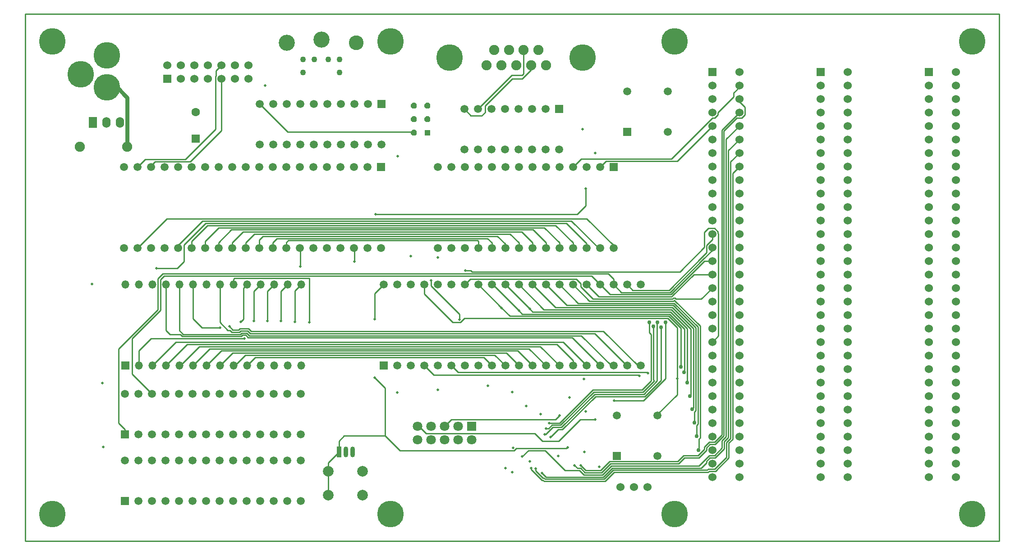
<source format=gbl>
G04 Layer_Physical_Order=4*
G04 Layer_Color=11436288*
%FSLAX24Y24*%
%MOIN*%
G70*
G01*
G75*
%ADD23C,0.0100*%
%ADD24C,0.0300*%
%ADD25C,0.0433*%
%ADD26C,0.1191*%
%ADD27C,0.1190*%
%ADD28C,0.1091*%
%ADD29O,0.0600X0.0800*%
%ADD30R,0.0600X0.0800*%
%ADD31R,0.0591X0.0591*%
%ADD32C,0.0591*%
%ADD33R,0.0600X0.0600*%
%ADD34C,0.0600*%
%ADD35C,0.1969*%
%ADD36O,0.0344X0.0787*%
%ADD37R,0.0344X0.0787*%
%ADD38R,0.0433X0.0433*%
%ADD39P,0.0469X8X292.5*%
%ADD40C,0.0709*%
%ADD41R,0.0709X0.0709*%
%ADD42C,0.0787*%
%ADD43C,0.0748*%
%ADD44R,0.0600X0.0600*%
%ADD45C,0.0750*%
%ADD46R,0.0591X0.0591*%
%ADD47O,0.0591X0.0591*%
%ADD48C,0.0630*%
%ADD49R,0.0630X0.0630*%
%ADD50C,0.0300*%
%ADD51C,0.0200*%
D23*
X85000Y77923D02*
Y81850D01*
X84990Y77913D02*
X85000Y77923D01*
X85350Y78027D02*
Y82200D01*
X77024Y74430D02*
X77654D01*
X84730Y77860D02*
Y82210D01*
X83750Y76880D02*
X84730Y77860D01*
X84050Y78450D02*
Y78500D01*
X84040Y78510D02*
X84050Y78500D01*
X84160Y81422D02*
X84290Y81292D01*
Y77880D02*
Y81292D01*
Y77880D02*
X84294Y77876D01*
X83618Y77200D02*
X84294Y77876D01*
X84450Y77946D02*
Y81900D01*
Y77946D02*
X84520Y77876D01*
X80104Y76880D02*
X83750D01*
X77654Y74430D02*
X80104Y76880D01*
X85518Y82500D02*
X86200Y81818D01*
X85182Y82500D02*
X85518D01*
X85182Y82500D02*
X85182Y82500D01*
X85584Y82660D02*
X86470Y81774D01*
X73836Y82660D02*
X85584D01*
X85650Y82820D02*
X86760Y81710D01*
X85717Y82980D02*
X86960Y81737D01*
X85783Y83140D02*
X87210Y81713D01*
X85849Y83300D02*
X87410Y81739D01*
X77200Y83300D02*
X85849D01*
X85915Y83460D02*
X87580Y81795D01*
X78040Y83460D02*
X85915D01*
X85982Y83620D02*
X87740Y81862D01*
X78880Y83620D02*
X85982D01*
X85990Y83838D02*
X87900Y81928D01*
X85990Y83838D02*
X85990D01*
X85933Y83780D02*
X85990Y83838D01*
X79720Y83780D02*
X85933D01*
X85926Y84000D02*
X86054D01*
X85866Y83940D02*
X85926Y84000D01*
X79987Y83940D02*
X85866D01*
X85860Y84160D02*
X85860D01*
X85800Y84100D02*
X85860Y84160D01*
X80400Y84100D02*
X85800D01*
X81240Y84260D02*
X85734D01*
X82080Y84420D02*
X85667D01*
X85601Y84580D02*
X88091Y87070D01*
X82920Y84580D02*
X85601D01*
X87900Y73652D02*
Y81928D01*
X87740Y74672D02*
Y81862D01*
X87580Y75662D02*
Y81795D01*
X87410Y75860D02*
Y81739D01*
X87210Y76810D02*
Y81713D01*
X86960Y77760D02*
Y81737D01*
X86760Y78570D02*
Y81710D01*
X86470Y78890D02*
Y81774D01*
X86200Y78050D02*
Y81818D01*
X88091Y87070D02*
X88390Y87369D01*
X88091Y87070D02*
X88091D01*
X88157Y86910D02*
X88800Y87553D01*
X88157Y86910D02*
X88157D01*
X85667Y84420D02*
X88157Y86910D01*
X85734Y84260D02*
X88224Y86750D01*
X85860Y84160D02*
X87450Y85750D01*
X86114Y83940D02*
X87990D01*
X86054Y84000D02*
X86114Y83940D01*
X76360Y83140D02*
X85783D01*
X75520Y82980D02*
X85717D01*
X74759Y82820D02*
X85650D01*
X70497Y82500D02*
X85182D01*
X64600Y73800D02*
X65710Y72690D01*
X74155D01*
X74325Y72860D01*
X78010D01*
X57402Y96300D02*
X66700D01*
X59000Y82200D02*
Y85470D01*
X53470D02*
X59000D01*
X52090Y96520D02*
Y100430D01*
X46865Y94265D02*
X49835D01*
X52090Y96520D01*
X84160Y81422D02*
Y82220D01*
X84990Y77913D02*
X85000Y77903D01*
X84730Y82210D02*
X84740Y82220D01*
X83817Y76720D02*
X85000Y77903D01*
X85350Y78027D02*
X85350Y78027D01*
X61595Y73800D02*
X64600D01*
X61200Y73405D02*
X61595Y73800D01*
X61200Y72600D02*
Y73405D01*
X60400Y71800D02*
X61200Y72600D01*
X60400Y71172D02*
Y71800D01*
Y69400D02*
Y71172D01*
X78010Y72860D02*
X78100Y72950D01*
X64600Y73800D02*
Y77350D01*
X63850Y78100D02*
X64600Y77350D01*
X75686Y73964D02*
X76240Y73410D01*
X67636Y73964D02*
X75686D01*
X67100Y74500D02*
X67636Y73964D01*
X67000Y74500D02*
X67100D01*
X69510Y75010D02*
X77210D01*
X69000Y74500D02*
X69510Y75010D01*
X77210D02*
X77500Y75300D01*
X76240Y73410D02*
X77460D01*
X79050Y75000D01*
X80150D01*
X58300Y87700D02*
X58350Y87650D01*
Y86350D02*
Y87650D01*
Y86350D02*
X58360Y86340D01*
X63850Y82450D02*
Y84350D01*
X64500Y85000D01*
X53406Y85406D02*
X53470Y85470D01*
X53406Y84997D02*
Y85406D01*
X46300Y87700D02*
X48470Y89870D01*
X79530D01*
X81500Y87900D01*
Y87700D02*
Y87900D01*
Y87600D02*
Y87700D01*
X51110Y89710D02*
X78390D01*
X49300Y87900D02*
X51110Y89710D01*
X55341Y98361D02*
X57402Y96300D01*
X79500Y87700D02*
Y88050D01*
X78000Y89550D02*
X79500Y88050D01*
X51350Y89550D02*
X78000D01*
X49750Y87950D02*
X51350Y89550D01*
X49750Y86700D02*
Y87950D01*
X49250Y86200D02*
X49750Y86700D01*
X47700Y86200D02*
X49250D01*
X68000Y84900D02*
Y85300D01*
Y84900D02*
X70100Y82800D01*
Y82400D02*
Y82800D01*
X79450Y90850D02*
Y92100D01*
X63900Y90200D02*
X78800D01*
X79450Y90850D01*
X81550Y76400D02*
Y76450D01*
Y76400D02*
X83723D01*
X85350Y78027D01*
X78500Y87600D02*
Y87700D01*
X54150Y84742D02*
X54406Y84997D01*
X54150Y82450D02*
Y84742D01*
X53950Y82250D02*
X54150Y82450D01*
X78500Y87700D02*
Y88100D01*
X77220Y89380D02*
X78500Y88100D01*
X51480Y89380D02*
X77220D01*
X50300Y88200D02*
X51480Y89380D01*
X50300Y87700D02*
Y88200D01*
X77500Y87600D02*
Y87700D01*
X54900Y84492D02*
X55406Y84997D01*
X54900Y82300D02*
Y84492D01*
X77500Y87700D02*
Y88100D01*
X76380Y89220D02*
X77500Y88100D01*
X52320Y89220D02*
X76380D01*
X51300Y88200D02*
X52320Y89220D01*
X51300Y87700D02*
Y88200D01*
X76500Y87600D02*
Y87700D01*
X55900Y84492D02*
X56406Y84997D01*
X55900Y82300D02*
Y84492D01*
X76500Y87700D02*
Y88100D01*
X75540Y89060D02*
X76500Y88100D01*
X53260Y89060D02*
X75540D01*
X52300Y88100D02*
X53260Y89060D01*
X52300Y87700D02*
Y88100D01*
X75500Y87600D02*
Y87700D01*
X56900Y84492D02*
X57406Y84997D01*
X56900Y82300D02*
Y84492D01*
X75500Y87700D02*
Y88100D01*
X74700Y88900D02*
X75500Y88100D01*
X54100Y88900D02*
X74700D01*
X53300Y88100D02*
X54100Y88900D01*
X53300Y87700D02*
Y88100D01*
X74500Y87600D02*
Y87700D01*
X57950Y84542D02*
X58406Y84997D01*
X57950Y82250D02*
Y84542D01*
X74500Y87700D02*
Y88100D01*
X73860Y88740D02*
X74500Y88100D01*
X54940Y88740D02*
X73860D01*
X54300Y88100D02*
X54940Y88740D01*
X54300Y87700D02*
Y88100D01*
X73500Y87800D02*
Y88000D01*
X72920Y88580D02*
X73500Y88000D01*
X55580Y88580D02*
X72920D01*
X55300Y88300D02*
X55580Y88580D01*
X55300Y87700D02*
Y88300D01*
X72500Y87600D02*
Y87700D01*
Y88100D01*
X72180Y88420D02*
X72500Y88100D01*
X56620Y88420D02*
X72180D01*
X56300Y88100D02*
X56620Y88420D01*
X56300Y87700D02*
Y88100D01*
X71500Y87600D02*
Y87700D01*
Y88200D01*
X71440Y88260D02*
X71500Y88200D01*
X57460Y88260D02*
X71440D01*
X57300Y88100D02*
X57460Y88260D01*
X57300Y87700D02*
Y88100D01*
X81335Y79000D02*
X81500D01*
X49684Y81320D02*
X53926D01*
X49406Y81598D02*
X49684Y81320D01*
X49406Y81598D02*
Y84997D01*
X54308Y81260D02*
X54460Y81108D01*
X54092Y81260D02*
X54308D01*
X53992Y81160D02*
X54092Y81260D01*
X49618Y81160D02*
X53992D01*
X49478Y81300D02*
X49618Y81160D01*
X48720Y81300D02*
X49478D01*
X48406Y81614D02*
X48720Y81300D01*
X48406Y81614D02*
Y84997D01*
X77770Y80730D02*
X79500Y79000D01*
X49138Y80730D02*
X77770D01*
X47406Y78997D02*
X49138Y80730D01*
X78500Y79000D02*
Y79374D01*
X77304Y80570D02*
X78500Y79374D01*
X49978Y80570D02*
X77304D01*
X48406Y78997D02*
X49978Y80570D01*
X76090Y80410D02*
X77500Y79000D01*
X50882Y80410D02*
X76090D01*
X49470Y78997D02*
X50882Y80410D01*
X49406Y78997D02*
X49470D01*
X75250Y80250D02*
X76500Y79000D01*
X52432Y80250D02*
X75250D01*
X52421Y80239D02*
X52432Y80250D01*
X51648Y80239D02*
X52421D01*
X50406Y78997D02*
X51648Y80239D01*
X74410Y80090D02*
X75500Y79000D01*
X52498Y80090D02*
X74410D01*
X51406Y78997D02*
X52498Y80090D01*
X73570Y79930D02*
X74500Y79000D01*
X53338Y79930D02*
X73570D01*
X52406Y78997D02*
X53338Y79930D01*
X77720Y74270D02*
X80170Y76720D01*
X83817D01*
X76958Y74590D02*
X77587D01*
X80037Y77040D01*
X83684D01*
X84520Y77876D01*
X76750Y74750D02*
X77521D01*
X79971Y77200D01*
X83618D01*
X47300Y81000D02*
X54200D01*
X46406Y80106D02*
X47300Y81000D01*
X46406Y78997D02*
Y80106D01*
X83303Y79000D02*
X83500D01*
X53360Y81640D02*
X53793D01*
X53100Y81900D02*
X53360Y81640D01*
X51092Y81800D02*
X52400D01*
X50406Y82486D02*
X51092Y81800D01*
X50406Y82486D02*
Y84997D01*
X82486Y79000D02*
X82500D01*
X53294Y81480D02*
X53860D01*
X53154Y81620D02*
X53294Y81480D01*
X52980Y81620D02*
X53154D01*
X52406Y82194D02*
X52980Y81620D01*
X52406Y82194D02*
Y84997D01*
X53505Y78997D02*
X54278Y79770D01*
X72730D01*
X73500Y79000D01*
X71901Y79599D02*
X72500Y79000D01*
X55008Y79599D02*
X71901D01*
X54406Y78997D02*
X55008Y79599D01*
X62350Y86700D02*
Y87550D01*
X51055Y93634D02*
Y93700D01*
X76850Y73700D02*
X77420Y74270D01*
X77720D01*
X76500Y74350D02*
X76697D01*
X76400Y73900D02*
X76494D01*
X77024Y74430D01*
X76718Y74350D02*
X76958Y74590D01*
X48000Y83100D02*
Y85362D01*
X48268Y85630D01*
X79870D02*
X80500Y85000D01*
X48268Y85630D02*
X79870D01*
X80500Y85000D02*
X81240Y84260D01*
X88224Y86750D02*
X88800D01*
X79500Y85000D02*
X80400Y84100D01*
X87450Y85750D02*
X88800D01*
X70500Y85000D02*
X70900Y85400D01*
X71327D01*
X71332Y85405D01*
X79095Y84832D02*
X79987Y83940D01*
X87990D02*
X88800Y84750D01*
X78745Y85405D02*
X79095Y85055D01*
Y84832D02*
Y85055D01*
X71332Y85405D02*
X78745D01*
X68200Y78300D02*
X83350D01*
X67500Y79000D02*
X68200Y78300D01*
X83350D02*
X83400Y78250D01*
X70000Y78500D02*
X83282D01*
X69500Y79000D02*
X70000Y78500D01*
X83282D02*
X83292Y78510D01*
X84040D01*
X69610Y82190D02*
X70187D01*
X67500Y84300D02*
Y85000D01*
X70187Y82190D02*
X70497Y82500D01*
X84750Y75300D02*
Y75400D01*
X86200Y76850D01*
Y78050D01*
X70550Y86050D02*
X70950D01*
X71050Y85950D02*
X86420D01*
X70950Y86050D02*
X71050Y85950D01*
X71500Y84996D02*
Y85000D01*
X73228Y83268D02*
X73836Y82660D01*
X71500Y84996D02*
X73228Y83268D01*
X86700Y78510D02*
X86760Y78570D01*
X72579Y85000D02*
X74508Y83071D01*
X74759Y82820D01*
X86950Y77750D02*
X86960Y77760D01*
X73500Y85000D02*
X75300Y83200D01*
X75520Y82980D01*
X74500Y85000D02*
X76360Y83140D01*
X75500Y85000D02*
X77200Y83300D01*
X87480Y74780D02*
Y75562D01*
X87580Y75662D01*
X76500Y85000D02*
X78040Y83460D01*
X87640Y73760D02*
Y74572D01*
X87740Y74672D01*
X77500Y85000D02*
X78880Y83620D01*
X87780Y72730D02*
X87810Y72760D01*
Y73562D01*
X87900Y73652D01*
X78500Y85000D02*
X79720Y83780D01*
X45370Y73894D02*
Y74270D01*
X47811Y83137D02*
Y85437D01*
X48164Y85790D01*
X81110D01*
X81500Y85000D02*
X82080Y84420D01*
X81500Y85000D02*
Y85400D01*
X81110Y85790D02*
X81500Y85400D01*
X88800Y87553D02*
Y87750D01*
X82500Y85000D02*
X82920Y84580D01*
X80500Y93700D02*
X80950Y94150D01*
X86200D01*
X88800Y96750D01*
X78390Y89710D02*
X80500Y87600D01*
X55299Y68996D02*
X55406Y68890D01*
X62250Y87650D02*
X62350Y87550D01*
X76224Y70510D02*
X76295D01*
X75430Y71304D02*
X76224Y70510D01*
X76375Y70430D02*
X80881D01*
X76295Y70510D02*
X76375Y70430D01*
X80881D02*
X81546Y71095D01*
X75430Y71304D02*
Y71400D01*
X81546Y71095D02*
X88485D01*
X88570Y71180D01*
X89036D01*
X90020Y72164D01*
X76290Y70670D02*
X76361D01*
X75760Y71200D02*
X76290Y70670D01*
X76441Y70590D02*
X80815D01*
X76361Y70670D02*
X76441Y70590D01*
X80815D02*
X81480Y71255D01*
X75760Y71200D02*
Y71380D01*
X81480Y71255D02*
X88418D01*
X88504Y71340D02*
X88970D01*
X88418Y71255D02*
X88504Y71340D01*
X88970D02*
X89850Y72220D01*
X76217Y71040D02*
X76507Y70750D01*
X80749D01*
X81414Y71415D01*
X87995D01*
X88390Y71810D01*
Y71920D02*
X88630Y72160D01*
X88390Y71810D02*
Y71920D01*
X88630Y72160D02*
X89016D01*
X89690Y72834D01*
X76450Y72700D02*
X77919Y71231D01*
X78997D01*
X79319Y70910D02*
X80683D01*
X78997Y71231D02*
X79319Y70910D01*
X80683D02*
X81347Y71575D01*
X74760Y72255D02*
X75205Y72700D01*
X76450D01*
X81347Y71575D02*
X87819D01*
X88584Y72340D01*
X88970D01*
X89530Y72900D01*
X79451Y71230D02*
X80550D01*
X79080Y71601D02*
X79451Y71230D01*
X80550D02*
X81215Y71895D01*
X86241D01*
X86686Y72340D01*
X87758D02*
X88230Y72812D01*
X86686Y72340D02*
X87758D01*
X88230Y72986D02*
X88584Y73340D01*
X88230Y72812D02*
Y72986D01*
X88584Y73340D02*
X88970D01*
X78630Y71620D02*
X78859Y71391D01*
X79064D01*
X79385Y71070D02*
X80616D01*
X79064Y71391D02*
X79385Y71070D01*
X80616D02*
X81281Y71735D01*
X86307D01*
X86753Y72180D01*
X87824D01*
X88390Y72746D01*
Y72920D01*
X88630Y73160D01*
X89016D01*
X90800Y98540D02*
Y98750D01*
Y98540D02*
X91210Y98130D01*
X90970Y97340D02*
X91210Y97580D01*
Y98130D01*
X78500Y93700D02*
X79110Y94310D01*
X85780D01*
X88810Y97340D01*
X88970D01*
X89210Y97580D01*
Y97740D01*
X90390Y98920D01*
Y99190D01*
X90800Y99600D01*
Y99750D01*
X89530Y72900D02*
Y73448D01*
X89690Y72834D02*
Y73381D01*
X90140Y94090D02*
X90800Y94750D01*
X90020Y72164D02*
Y73259D01*
X90300Y93250D02*
X90800Y93750D01*
X89850Y72220D02*
Y73315D01*
X88800Y88330D02*
Y88750D01*
X88390Y87369D02*
Y87920D01*
X88800Y88330D01*
X86420Y85950D02*
X88230Y87760D01*
Y88870D01*
X88520Y89160D01*
X88970D01*
X89210Y88920D01*
Y88790D02*
Y88920D01*
X88970Y73340D02*
X89500Y73870D01*
X89016Y73160D02*
X89660Y73804D01*
X89530Y73448D02*
X89820Y73738D01*
X89690Y73381D02*
X89980Y73671D01*
X89850Y73315D02*
X90140Y73605D01*
X90020Y73259D02*
X90300Y73539D01*
Y93250D01*
X90140Y73605D02*
Y94090D01*
X89980Y73671D02*
Y94930D01*
X89820Y73738D02*
Y95770D01*
X89210Y88790D02*
X89250Y88750D01*
Y81200D02*
Y88750D01*
X88800Y80750D02*
X89250Y81200D01*
X89980Y94930D02*
X90800Y95750D01*
X89500Y73870D02*
Y96450D01*
X90800Y97750D01*
X90630Y97340D02*
X90970D01*
X90623Y97347D02*
X90630Y97340D01*
X90623Y97347D02*
X90623D01*
X89660Y96384D02*
X90623Y97347D01*
X89660Y73804D02*
Y96384D01*
X89820Y95770D02*
X90800Y96750D01*
X70467Y97995D02*
X70962Y97500D01*
X71750D01*
X72000Y97750D01*
X74750Y100500D02*
X74858Y100608D01*
Y102368D01*
X74750Y100250D02*
X75406Y100906D01*
Y101250D01*
X72000Y97750D02*
Y98250D01*
X74000Y100250D01*
X74750D01*
X71467Y97995D02*
X73972Y100500D01*
X74750D01*
X67500Y84300D02*
X69610Y82190D01*
X52500Y96400D02*
Y100250D01*
X50205Y94105D02*
X52500Y96400D01*
X52090Y100430D02*
X52100Y100440D01*
Y100850D01*
X52500Y101250D01*
X46300Y93700D02*
X46400D01*
X46500Y93800D01*
Y93900D01*
X46865Y94265D01*
X47200Y93700D02*
X47545D01*
X47200D02*
X47605Y94105D01*
X50205D01*
X87320Y75770D02*
X87410Y75860D01*
X87150Y76750D02*
X87210Y76810D01*
X80763Y81540D02*
X83303Y79000D01*
X80106Y81380D02*
X82486Y79000D01*
X79115Y81220D02*
X81335Y79000D01*
X53793Y81640D02*
X53893Y81740D01*
X53860Y81480D02*
X53960Y81580D01*
X53926Y81320D02*
X54026Y81420D01*
X54707Y81540D02*
X80763D01*
X54507Y81740D02*
X54707Y81540D01*
X53893Y81740D02*
X54507D01*
X54640Y81380D02*
X80106D01*
X54440Y81580D02*
X54640Y81380D01*
X53960Y81580D02*
X54440D01*
X54574Y81220D02*
X79115D01*
X54374Y81420D02*
X54574Y81220D01*
X54026Y81420D02*
X54374D01*
X78440Y81060D02*
X80500Y79000D01*
X54460Y81060D02*
Y81108D01*
Y81060D02*
X78440D01*
X44900Y74740D02*
X45370Y74270D01*
X44900Y74740D02*
Y80226D01*
X47811Y83137D01*
X45900Y78364D02*
X47370Y76894D01*
X45900Y78364D02*
Y81000D01*
X48000Y83100D01*
X38000Y105050D02*
X110000D01*
X38000Y66000D02*
X110000D01*
X38000D02*
Y105050D01*
X110000Y66000D02*
Y105050D01*
D24*
X45550Y95200D02*
Y98850D01*
X44806Y99594D02*
X45550Y98850D01*
D25*
X58561Y100689D02*
D03*
Y101674D02*
D03*
X59378D02*
D03*
X60412D02*
D03*
X61239D02*
D03*
Y100689D02*
D03*
D26*
X57333Y102894D02*
D03*
D27*
X59900Y103150D02*
D03*
D28*
X62467Y102894D02*
D03*
D29*
X45000Y97000D02*
D03*
X44000D02*
D03*
D30*
X43000D02*
D03*
D31*
X64300Y93700D02*
D03*
X82500Y96300D02*
D03*
X81750Y72300D02*
D03*
X64341Y98361D02*
D03*
X45370Y73894D02*
D03*
Y68972D02*
D03*
X77467Y97995D02*
D03*
X64500Y79000D02*
D03*
X81500Y93700D02*
D03*
D32*
X63300D02*
D03*
X62300D02*
D03*
X61300D02*
D03*
X60300D02*
D03*
X59300D02*
D03*
X58300D02*
D03*
X57300D02*
D03*
X56300D02*
D03*
X55300D02*
D03*
X54300D02*
D03*
X53300D02*
D03*
X52300D02*
D03*
X51300D02*
D03*
X50300D02*
D03*
X49300D02*
D03*
X48300D02*
D03*
X47300D02*
D03*
X46300D02*
D03*
X45300D02*
D03*
X64300Y87700D02*
D03*
X63300D02*
D03*
X62300D02*
D03*
X61300D02*
D03*
X60300D02*
D03*
X59300D02*
D03*
X58300D02*
D03*
X57300D02*
D03*
X56300D02*
D03*
X55300D02*
D03*
X54300D02*
D03*
X53300D02*
D03*
X52300D02*
D03*
X51300D02*
D03*
X50300D02*
D03*
X49300D02*
D03*
X48300D02*
D03*
X47300D02*
D03*
X46300D02*
D03*
X45300D02*
D03*
X85500Y99300D02*
D03*
X82500D02*
D03*
X85500Y96300D02*
D03*
X84750Y72300D02*
D03*
X81750Y75300D02*
D03*
X84750D02*
D03*
X63341Y98361D02*
D03*
X62341D02*
D03*
X61341D02*
D03*
X60341D02*
D03*
X59341D02*
D03*
X58341D02*
D03*
X57341D02*
D03*
X56341D02*
D03*
X55341D02*
D03*
X64341Y95361D02*
D03*
X63341D02*
D03*
X62341D02*
D03*
X61341D02*
D03*
X60341D02*
D03*
X59341D02*
D03*
X58341D02*
D03*
X57341D02*
D03*
X56341D02*
D03*
X55341D02*
D03*
X46370Y73894D02*
D03*
X47370D02*
D03*
X48370D02*
D03*
X49370D02*
D03*
X50370D02*
D03*
X51370D02*
D03*
X52370D02*
D03*
X53370D02*
D03*
X54370D02*
D03*
X55370D02*
D03*
X56370D02*
D03*
X57370D02*
D03*
X58370D02*
D03*
X45370Y76894D02*
D03*
X46370D02*
D03*
X47370D02*
D03*
X48370D02*
D03*
X49370D02*
D03*
X50370D02*
D03*
X51370D02*
D03*
X52370D02*
D03*
X53370D02*
D03*
X54370D02*
D03*
X55370D02*
D03*
X56370D02*
D03*
X57370D02*
D03*
X58370D02*
D03*
X46370Y68972D02*
D03*
X47370D02*
D03*
X48370D02*
D03*
X49370D02*
D03*
X50370D02*
D03*
X51370D02*
D03*
X52370D02*
D03*
X53370D02*
D03*
X54370D02*
D03*
X55370D02*
D03*
X56370D02*
D03*
X57370D02*
D03*
X58370D02*
D03*
X45370Y71972D02*
D03*
X46370D02*
D03*
X47370D02*
D03*
X48370D02*
D03*
X49370D02*
D03*
X50370D02*
D03*
X51370D02*
D03*
X52370D02*
D03*
X53370D02*
D03*
X54370D02*
D03*
X55370D02*
D03*
X56370D02*
D03*
X57370D02*
D03*
X58370D02*
D03*
X76467Y97995D02*
D03*
X75467D02*
D03*
X74467D02*
D03*
X73467D02*
D03*
X72467D02*
D03*
X71467D02*
D03*
X70467D02*
D03*
X77467Y94995D02*
D03*
X76467D02*
D03*
X75467D02*
D03*
X74467D02*
D03*
X73467D02*
D03*
X72467D02*
D03*
X71467D02*
D03*
X70467D02*
D03*
X83500Y85000D02*
D03*
X82500D02*
D03*
X81500D02*
D03*
X80500D02*
D03*
X79500D02*
D03*
X78500D02*
D03*
X77500D02*
D03*
X76500D02*
D03*
X75500D02*
D03*
X74500D02*
D03*
X73500D02*
D03*
X72500D02*
D03*
X71500D02*
D03*
X70500D02*
D03*
X69500D02*
D03*
X68500D02*
D03*
X67500D02*
D03*
X66500D02*
D03*
X65500D02*
D03*
X64500D02*
D03*
X83500Y79000D02*
D03*
X82500D02*
D03*
X81500D02*
D03*
X80500D02*
D03*
X79500D02*
D03*
X78500D02*
D03*
X77500D02*
D03*
X76500D02*
D03*
X75500D02*
D03*
X74500D02*
D03*
X73500D02*
D03*
X72500D02*
D03*
X71500D02*
D03*
X70500D02*
D03*
X69500D02*
D03*
X68500D02*
D03*
X67500D02*
D03*
X66500D02*
D03*
X65500D02*
D03*
X80500Y93700D02*
D03*
X79500D02*
D03*
X78500D02*
D03*
X77500D02*
D03*
X76500D02*
D03*
X75500D02*
D03*
X74500D02*
D03*
X73500D02*
D03*
X72500D02*
D03*
X71500D02*
D03*
X70500D02*
D03*
X69500D02*
D03*
X68500D02*
D03*
X81500Y87700D02*
D03*
X80500D02*
D03*
X79500D02*
D03*
X78500D02*
D03*
X77500D02*
D03*
X76500D02*
D03*
X75500D02*
D03*
X74500D02*
D03*
X73500D02*
D03*
X72500D02*
D03*
X71500D02*
D03*
X70500D02*
D03*
X69500D02*
D03*
X68500D02*
D03*
D33*
X104800Y100750D02*
D03*
X96800D02*
D03*
X88800D02*
D03*
D34*
X106800D02*
D03*
X104800Y99750D02*
D03*
X106800D02*
D03*
X104800Y98750D02*
D03*
X106800D02*
D03*
X104800Y97750D02*
D03*
X106800D02*
D03*
X104800Y96750D02*
D03*
X106800D02*
D03*
X104800Y95750D02*
D03*
X106800D02*
D03*
X104800Y94750D02*
D03*
X106800D02*
D03*
X104800Y93750D02*
D03*
X106800D02*
D03*
X104800Y92750D02*
D03*
X106800D02*
D03*
X104800Y91750D02*
D03*
X106800D02*
D03*
X104800Y90750D02*
D03*
X106800D02*
D03*
X104800Y89750D02*
D03*
X106800D02*
D03*
X104800Y88750D02*
D03*
X106800D02*
D03*
X104800Y87750D02*
D03*
X106800D02*
D03*
X104800Y86750D02*
D03*
X106800D02*
D03*
X104800Y85750D02*
D03*
X106800D02*
D03*
X104800Y84750D02*
D03*
X106800D02*
D03*
X104800Y83750D02*
D03*
X106800D02*
D03*
X104800Y82750D02*
D03*
X106800D02*
D03*
X104800Y81750D02*
D03*
X106800D02*
D03*
X104800Y80750D02*
D03*
X106800D02*
D03*
X104800Y79750D02*
D03*
X106800D02*
D03*
X104800Y78750D02*
D03*
X106800D02*
D03*
X104800Y77750D02*
D03*
X106800D02*
D03*
X104800Y76750D02*
D03*
X106800D02*
D03*
X104800Y75750D02*
D03*
X106800D02*
D03*
X104800Y74750D02*
D03*
X106800D02*
D03*
X104800Y73750D02*
D03*
X106800D02*
D03*
X104800Y72750D02*
D03*
X106800D02*
D03*
X104800Y71750D02*
D03*
X106800D02*
D03*
X104800Y70750D02*
D03*
X106800D02*
D03*
X98800Y100750D02*
D03*
X96800Y99750D02*
D03*
X98800D02*
D03*
X96800Y98750D02*
D03*
X98800D02*
D03*
X96800Y97750D02*
D03*
X98800D02*
D03*
X96800Y96750D02*
D03*
X98800D02*
D03*
X96800Y95750D02*
D03*
X98800D02*
D03*
X96800Y94750D02*
D03*
X98800D02*
D03*
X96800Y93750D02*
D03*
X98800D02*
D03*
X96800Y92750D02*
D03*
X98800D02*
D03*
X96800Y91750D02*
D03*
X98800D02*
D03*
X96800Y90750D02*
D03*
X98800D02*
D03*
X96800Y89750D02*
D03*
X98800D02*
D03*
X96800Y88750D02*
D03*
X98800D02*
D03*
X96800Y87750D02*
D03*
X98800D02*
D03*
X96800Y86750D02*
D03*
X98800D02*
D03*
X96800Y85750D02*
D03*
X98800D02*
D03*
X96800Y84750D02*
D03*
X98800D02*
D03*
X96800Y83750D02*
D03*
X98800D02*
D03*
X96800Y82750D02*
D03*
X98800D02*
D03*
X96800Y81750D02*
D03*
X98800D02*
D03*
X96800Y80750D02*
D03*
X98800D02*
D03*
X96800Y79750D02*
D03*
X98800D02*
D03*
X96800Y78750D02*
D03*
X98800D02*
D03*
X96800Y77750D02*
D03*
X98800D02*
D03*
X96800Y76750D02*
D03*
X98800D02*
D03*
X96800Y75750D02*
D03*
X98800D02*
D03*
X96800Y74750D02*
D03*
X98800D02*
D03*
X96800Y73750D02*
D03*
X98800D02*
D03*
X96800Y72750D02*
D03*
X98800D02*
D03*
X96800Y71750D02*
D03*
X98800D02*
D03*
X96800Y70750D02*
D03*
X98800D02*
D03*
X88800Y99750D02*
D03*
Y98750D02*
D03*
Y97750D02*
D03*
Y96750D02*
D03*
Y95750D02*
D03*
Y94750D02*
D03*
Y93750D02*
D03*
Y92750D02*
D03*
Y91750D02*
D03*
Y90750D02*
D03*
Y89750D02*
D03*
Y88750D02*
D03*
Y87750D02*
D03*
Y86750D02*
D03*
Y72750D02*
D03*
Y73750D02*
D03*
Y74750D02*
D03*
Y75750D02*
D03*
Y76750D02*
D03*
Y77750D02*
D03*
Y78750D02*
D03*
Y79750D02*
D03*
Y80750D02*
D03*
Y81750D02*
D03*
Y82750D02*
D03*
Y83750D02*
D03*
Y84750D02*
D03*
Y85750D02*
D03*
X90800Y100750D02*
D03*
Y99750D02*
D03*
Y98750D02*
D03*
Y97750D02*
D03*
Y96750D02*
D03*
Y95750D02*
D03*
Y94750D02*
D03*
Y93750D02*
D03*
Y92750D02*
D03*
Y91750D02*
D03*
Y90750D02*
D03*
Y89750D02*
D03*
Y88750D02*
D03*
Y87750D02*
D03*
Y86750D02*
D03*
Y85750D02*
D03*
Y84750D02*
D03*
Y83750D02*
D03*
Y82750D02*
D03*
Y81750D02*
D03*
Y80750D02*
D03*
Y79750D02*
D03*
Y78750D02*
D03*
Y77750D02*
D03*
Y76750D02*
D03*
Y75750D02*
D03*
Y74750D02*
D03*
Y73750D02*
D03*
Y72750D02*
D03*
X88800Y71750D02*
D03*
X90800D02*
D03*
X88800Y70750D02*
D03*
X90800D02*
D03*
X82000Y70000D02*
D03*
X83000D02*
D03*
X84000D02*
D03*
X48500Y101250D02*
D03*
X49500Y100250D02*
D03*
Y101250D02*
D03*
X50500Y100250D02*
D03*
Y101250D02*
D03*
X51500Y100250D02*
D03*
Y101250D02*
D03*
X52500Y100250D02*
D03*
Y101250D02*
D03*
X53500Y100250D02*
D03*
Y101250D02*
D03*
X54500Y100250D02*
D03*
Y101250D02*
D03*
D35*
X108000Y103000D02*
D03*
X65000Y68000D02*
D03*
Y103000D02*
D03*
X86000Y68000D02*
D03*
Y103000D02*
D03*
X108000Y68000D02*
D03*
X40000Y68000D02*
D03*
Y103000D02*
D03*
X79230Y101809D02*
D03*
X69392D02*
D03*
X44039Y101956D02*
D03*
X42110Y100572D02*
D03*
X44033Y99594D02*
D03*
D36*
X62200Y72600D02*
D03*
X61700D02*
D03*
D37*
X61200D02*
D03*
D38*
X67750Y96250D02*
D03*
D39*
X66750D02*
D03*
X67750Y97250D02*
D03*
X66750D02*
D03*
X67750Y98250D02*
D03*
X66750D02*
D03*
D40*
X67000Y73500D02*
D03*
Y74500D02*
D03*
X68000Y73500D02*
D03*
Y74500D02*
D03*
X69000Y73500D02*
D03*
Y74500D02*
D03*
X70000Y73500D02*
D03*
Y74500D02*
D03*
X71000Y73500D02*
D03*
D41*
Y74500D02*
D03*
D42*
X60400Y69400D02*
D03*
X62959D02*
D03*
Y71172D02*
D03*
X60400D02*
D03*
D43*
X76500Y101250D02*
D03*
X75953Y102368D02*
D03*
X75406Y101250D02*
D03*
X74858Y102368D02*
D03*
X74311Y101250D02*
D03*
X73764Y102368D02*
D03*
X73217Y101250D02*
D03*
X72669Y102368D02*
D03*
X72122Y101250D02*
D03*
D44*
X48500Y100250D02*
D03*
D45*
X45550Y95200D02*
D03*
X42050D02*
D03*
D46*
X45406Y78997D02*
D03*
D47*
X46406D02*
D03*
X47406D02*
D03*
X48406D02*
D03*
X49406D02*
D03*
X50406D02*
D03*
X51406D02*
D03*
X52406D02*
D03*
X53406D02*
D03*
X54406D02*
D03*
X55406D02*
D03*
X56406D02*
D03*
X57406D02*
D03*
X58406D02*
D03*
X45406Y84997D02*
D03*
X46406D02*
D03*
X47406D02*
D03*
X48406D02*
D03*
X49406D02*
D03*
X50406D02*
D03*
X51406D02*
D03*
X52406D02*
D03*
X53406D02*
D03*
X54406D02*
D03*
X55406D02*
D03*
X56406D02*
D03*
X57406D02*
D03*
X58406D02*
D03*
D48*
X50600Y97784D02*
D03*
D49*
Y95816D02*
D03*
D50*
X85000Y81850D02*
D03*
X84450Y81900D02*
D03*
X85350Y82200D02*
D03*
X84160Y82220D02*
D03*
X84740D02*
D03*
X86470Y78890D02*
D03*
X86700Y78510D02*
D03*
X86950Y77750D02*
D03*
X87150Y76750D02*
D03*
X87320Y75770D02*
D03*
X87480Y74780D02*
D03*
X87640Y73760D02*
D03*
X87780Y72730D02*
D03*
D51*
X84050Y78450D02*
D03*
X74068Y72900D02*
D03*
X59000Y82200D02*
D03*
X55755Y99745D02*
D03*
X68500Y87000D02*
D03*
X77500Y75300D02*
D03*
X80150Y75000D02*
D03*
X78100Y72950D02*
D03*
X63850Y78100D02*
D03*
Y82450D02*
D03*
X47700Y86200D02*
D03*
X68000Y85300D02*
D03*
X70100Y82400D02*
D03*
X63900Y90200D02*
D03*
X79450Y92100D02*
D03*
X65550Y94500D02*
D03*
X80150Y94750D02*
D03*
X42950Y85050D02*
D03*
X43765Y72965D02*
D03*
X79300Y78000D02*
D03*
X79441Y75600D02*
D03*
X80450Y71500D02*
D03*
X76100Y75395D02*
D03*
X74000Y77050D02*
D03*
X72200Y77500D02*
D03*
X53950Y82250D02*
D03*
X54900Y82300D02*
D03*
X55900D02*
D03*
X56900D02*
D03*
X57950Y82250D02*
D03*
X76850Y73700D02*
D03*
X76400Y73900D02*
D03*
X76750Y74750D02*
D03*
X54200Y81000D02*
D03*
X53100Y81900D02*
D03*
X52400Y81800D02*
D03*
X62350Y86700D02*
D03*
X76500Y74350D02*
D03*
X74000Y71100D02*
D03*
X58350Y86350D02*
D03*
X81550Y76400D02*
D03*
X73500Y71400D02*
D03*
X66500Y87100D02*
D03*
X65500Y77000D02*
D03*
X68500Y77200D02*
D03*
X75050Y76000D02*
D03*
X77400Y72300D02*
D03*
X79350Y72600D02*
D03*
X79202Y96500D02*
D03*
X78250Y76636D02*
D03*
X75300Y71900D02*
D03*
X83400Y78250D02*
D03*
X86200Y78050D02*
D03*
X70550Y86050D02*
D03*
X73228Y83268D02*
D03*
X74508Y83071D02*
D03*
X75300Y83200D02*
D03*
X75430Y71400D02*
D03*
X75760Y71380D02*
D03*
X76217Y71040D02*
D03*
X74760Y72255D02*
D03*
X79080Y71601D02*
D03*
X78630Y71620D02*
D03*
X43700Y77700D02*
D03*
M02*

</source>
